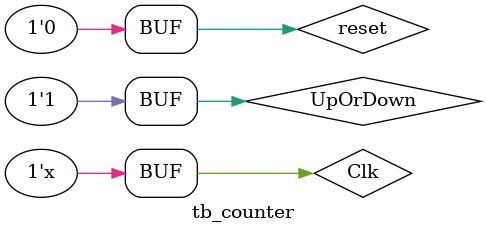
<source format=v>
module tb_counter;

    // Inputs
    reg Clk;
    reg reset;
    reg UpOrDown;

    // Outputs
    wire [3:0] Count;

    // Instantiate the Unit Under Test (UUT)
    upordown_counter uut (
        .Clk(Clk), 
        .reset(reset), 
        .UpOrDown(UpOrDown), 
        .Count(Count)
    );

//Generate clock with 10 ns clk period.
    initial Clk = 0;
    always #5 Clk = ~Clk;
    
    initial begin
        // Apply Inputs
        reset = 0;
        UpOrDown = 0;
        #300;
        UpOrDown = 1;
    end
      
endmodule
</source>
